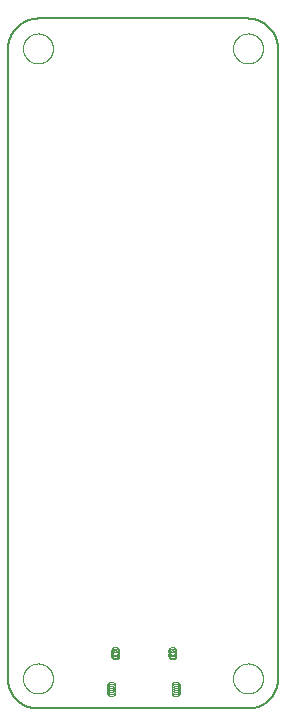
<source format=gko>
G75*
%MOIN*%
%OFA0B0*%
%FSLAX25Y25*%
%IPPOS*%
%LPD*%
%AMOC8*
5,1,8,0,0,1.08239X$1,22.5*
%
%ADD10C,0.00800*%
%ADD11C,0.00000*%
D10*
X0160833Y0080000D02*
X0230833Y0080000D01*
X0231075Y0080003D01*
X0231316Y0080012D01*
X0231557Y0080026D01*
X0231798Y0080047D01*
X0232038Y0080073D01*
X0232278Y0080105D01*
X0232517Y0080143D01*
X0232754Y0080186D01*
X0232991Y0080236D01*
X0233226Y0080291D01*
X0233460Y0080351D01*
X0233692Y0080418D01*
X0233923Y0080489D01*
X0234152Y0080567D01*
X0234379Y0080650D01*
X0234604Y0080738D01*
X0234827Y0080832D01*
X0235047Y0080931D01*
X0235265Y0081036D01*
X0235480Y0081145D01*
X0235693Y0081260D01*
X0235903Y0081380D01*
X0236109Y0081505D01*
X0236313Y0081635D01*
X0236514Y0081770D01*
X0236711Y0081910D01*
X0236905Y0082054D01*
X0237095Y0082203D01*
X0237281Y0082357D01*
X0237464Y0082515D01*
X0237643Y0082677D01*
X0237818Y0082844D01*
X0237989Y0083015D01*
X0238156Y0083190D01*
X0238318Y0083369D01*
X0238476Y0083552D01*
X0238630Y0083738D01*
X0238779Y0083928D01*
X0238923Y0084122D01*
X0239063Y0084319D01*
X0239198Y0084520D01*
X0239328Y0084724D01*
X0239453Y0084930D01*
X0239573Y0085140D01*
X0239688Y0085353D01*
X0239797Y0085568D01*
X0239902Y0085786D01*
X0240001Y0086006D01*
X0240095Y0086229D01*
X0240183Y0086454D01*
X0240266Y0086681D01*
X0240344Y0086910D01*
X0240415Y0087141D01*
X0240482Y0087373D01*
X0240542Y0087607D01*
X0240597Y0087842D01*
X0240647Y0088079D01*
X0240690Y0088316D01*
X0240728Y0088555D01*
X0240760Y0088795D01*
X0240786Y0089035D01*
X0240807Y0089276D01*
X0240821Y0089517D01*
X0240830Y0089758D01*
X0240833Y0090000D01*
X0240833Y0300000D01*
X0240830Y0300242D01*
X0240821Y0300483D01*
X0240807Y0300724D01*
X0240786Y0300965D01*
X0240760Y0301205D01*
X0240728Y0301445D01*
X0240690Y0301684D01*
X0240647Y0301921D01*
X0240597Y0302158D01*
X0240542Y0302393D01*
X0240482Y0302627D01*
X0240415Y0302859D01*
X0240344Y0303090D01*
X0240266Y0303319D01*
X0240183Y0303546D01*
X0240095Y0303771D01*
X0240001Y0303994D01*
X0239902Y0304214D01*
X0239797Y0304432D01*
X0239688Y0304647D01*
X0239573Y0304860D01*
X0239453Y0305070D01*
X0239328Y0305276D01*
X0239198Y0305480D01*
X0239063Y0305681D01*
X0238923Y0305878D01*
X0238779Y0306072D01*
X0238630Y0306262D01*
X0238476Y0306448D01*
X0238318Y0306631D01*
X0238156Y0306810D01*
X0237989Y0306985D01*
X0237818Y0307156D01*
X0237643Y0307323D01*
X0237464Y0307485D01*
X0237281Y0307643D01*
X0237095Y0307797D01*
X0236905Y0307946D01*
X0236711Y0308090D01*
X0236514Y0308230D01*
X0236313Y0308365D01*
X0236109Y0308495D01*
X0235903Y0308620D01*
X0235693Y0308740D01*
X0235480Y0308855D01*
X0235265Y0308964D01*
X0235047Y0309069D01*
X0234827Y0309168D01*
X0234604Y0309262D01*
X0234379Y0309350D01*
X0234152Y0309433D01*
X0233923Y0309511D01*
X0233692Y0309582D01*
X0233460Y0309649D01*
X0233226Y0309709D01*
X0232991Y0309764D01*
X0232754Y0309814D01*
X0232517Y0309857D01*
X0232278Y0309895D01*
X0232038Y0309927D01*
X0231798Y0309953D01*
X0231557Y0309974D01*
X0231316Y0309988D01*
X0231075Y0309997D01*
X0230833Y0310000D01*
X0160833Y0310000D01*
X0160591Y0309997D01*
X0160350Y0309988D01*
X0160109Y0309974D01*
X0159868Y0309953D01*
X0159628Y0309927D01*
X0159388Y0309895D01*
X0159149Y0309857D01*
X0158912Y0309814D01*
X0158675Y0309764D01*
X0158440Y0309709D01*
X0158206Y0309649D01*
X0157974Y0309582D01*
X0157743Y0309511D01*
X0157514Y0309433D01*
X0157287Y0309350D01*
X0157062Y0309262D01*
X0156839Y0309168D01*
X0156619Y0309069D01*
X0156401Y0308964D01*
X0156186Y0308855D01*
X0155973Y0308740D01*
X0155763Y0308620D01*
X0155557Y0308495D01*
X0155353Y0308365D01*
X0155152Y0308230D01*
X0154955Y0308090D01*
X0154761Y0307946D01*
X0154571Y0307797D01*
X0154385Y0307643D01*
X0154202Y0307485D01*
X0154023Y0307323D01*
X0153848Y0307156D01*
X0153677Y0306985D01*
X0153510Y0306810D01*
X0153348Y0306631D01*
X0153190Y0306448D01*
X0153036Y0306262D01*
X0152887Y0306072D01*
X0152743Y0305878D01*
X0152603Y0305681D01*
X0152468Y0305480D01*
X0152338Y0305276D01*
X0152213Y0305070D01*
X0152093Y0304860D01*
X0151978Y0304647D01*
X0151869Y0304432D01*
X0151764Y0304214D01*
X0151665Y0303994D01*
X0151571Y0303771D01*
X0151483Y0303546D01*
X0151400Y0303319D01*
X0151322Y0303090D01*
X0151251Y0302859D01*
X0151184Y0302627D01*
X0151124Y0302393D01*
X0151069Y0302158D01*
X0151019Y0301921D01*
X0150976Y0301684D01*
X0150938Y0301445D01*
X0150906Y0301205D01*
X0150880Y0300965D01*
X0150859Y0300724D01*
X0150845Y0300483D01*
X0150836Y0300242D01*
X0150833Y0300000D01*
X0150833Y0090000D01*
X0150836Y0089758D01*
X0150845Y0089517D01*
X0150859Y0089276D01*
X0150880Y0089035D01*
X0150906Y0088795D01*
X0150938Y0088555D01*
X0150976Y0088316D01*
X0151019Y0088079D01*
X0151069Y0087842D01*
X0151124Y0087607D01*
X0151184Y0087373D01*
X0151251Y0087141D01*
X0151322Y0086910D01*
X0151400Y0086681D01*
X0151483Y0086454D01*
X0151571Y0086229D01*
X0151665Y0086006D01*
X0151764Y0085786D01*
X0151869Y0085568D01*
X0151978Y0085353D01*
X0152093Y0085140D01*
X0152213Y0084930D01*
X0152338Y0084724D01*
X0152468Y0084520D01*
X0152603Y0084319D01*
X0152743Y0084122D01*
X0152887Y0083928D01*
X0153036Y0083738D01*
X0153190Y0083552D01*
X0153348Y0083369D01*
X0153510Y0083190D01*
X0153677Y0083015D01*
X0153848Y0082844D01*
X0154023Y0082677D01*
X0154202Y0082515D01*
X0154385Y0082357D01*
X0154571Y0082203D01*
X0154761Y0082054D01*
X0154955Y0081910D01*
X0155152Y0081770D01*
X0155353Y0081635D01*
X0155557Y0081505D01*
X0155763Y0081380D01*
X0155973Y0081260D01*
X0156186Y0081145D01*
X0156401Y0081036D01*
X0156619Y0080931D01*
X0156839Y0080832D01*
X0157062Y0080738D01*
X0157287Y0080650D01*
X0157514Y0080567D01*
X0157743Y0080489D01*
X0157974Y0080418D01*
X0158206Y0080351D01*
X0158440Y0080291D01*
X0158675Y0080236D01*
X0158912Y0080186D01*
X0159149Y0080143D01*
X0159388Y0080105D01*
X0159628Y0080073D01*
X0159868Y0080047D01*
X0160109Y0080026D01*
X0160350Y0080012D01*
X0160591Y0080003D01*
X0160833Y0080000D01*
D11*
X0155833Y0090000D02*
X0155835Y0090141D01*
X0155841Y0090282D01*
X0155851Y0090422D01*
X0155865Y0090562D01*
X0155883Y0090702D01*
X0155904Y0090841D01*
X0155930Y0090980D01*
X0155959Y0091118D01*
X0155993Y0091254D01*
X0156030Y0091390D01*
X0156071Y0091525D01*
X0156116Y0091659D01*
X0156165Y0091791D01*
X0156217Y0091922D01*
X0156273Y0092051D01*
X0156333Y0092178D01*
X0156396Y0092304D01*
X0156462Y0092428D01*
X0156533Y0092551D01*
X0156606Y0092671D01*
X0156683Y0092789D01*
X0156763Y0092905D01*
X0156847Y0093018D01*
X0156933Y0093129D01*
X0157023Y0093238D01*
X0157116Y0093344D01*
X0157211Y0093447D01*
X0157310Y0093548D01*
X0157411Y0093646D01*
X0157515Y0093741D01*
X0157622Y0093833D01*
X0157731Y0093922D01*
X0157843Y0094007D01*
X0157957Y0094090D01*
X0158073Y0094170D01*
X0158192Y0094246D01*
X0158313Y0094318D01*
X0158435Y0094388D01*
X0158560Y0094453D01*
X0158686Y0094516D01*
X0158814Y0094574D01*
X0158944Y0094629D01*
X0159075Y0094681D01*
X0159208Y0094728D01*
X0159342Y0094772D01*
X0159477Y0094813D01*
X0159613Y0094849D01*
X0159750Y0094881D01*
X0159888Y0094910D01*
X0160026Y0094935D01*
X0160166Y0094955D01*
X0160306Y0094972D01*
X0160446Y0094985D01*
X0160587Y0094994D01*
X0160727Y0094999D01*
X0160868Y0095000D01*
X0161009Y0094997D01*
X0161150Y0094990D01*
X0161290Y0094979D01*
X0161430Y0094964D01*
X0161570Y0094945D01*
X0161709Y0094923D01*
X0161847Y0094896D01*
X0161985Y0094866D01*
X0162121Y0094831D01*
X0162257Y0094793D01*
X0162391Y0094751D01*
X0162525Y0094705D01*
X0162657Y0094656D01*
X0162787Y0094602D01*
X0162916Y0094545D01*
X0163043Y0094485D01*
X0163169Y0094421D01*
X0163292Y0094353D01*
X0163414Y0094282D01*
X0163534Y0094208D01*
X0163651Y0094130D01*
X0163766Y0094049D01*
X0163879Y0093965D01*
X0163990Y0093878D01*
X0164098Y0093787D01*
X0164203Y0093694D01*
X0164306Y0093597D01*
X0164406Y0093498D01*
X0164503Y0093396D01*
X0164597Y0093291D01*
X0164688Y0093184D01*
X0164776Y0093074D01*
X0164861Y0092962D01*
X0164943Y0092847D01*
X0165022Y0092730D01*
X0165097Y0092611D01*
X0165169Y0092490D01*
X0165237Y0092367D01*
X0165302Y0092242D01*
X0165364Y0092115D01*
X0165421Y0091986D01*
X0165476Y0091856D01*
X0165526Y0091725D01*
X0165573Y0091592D01*
X0165616Y0091458D01*
X0165655Y0091322D01*
X0165690Y0091186D01*
X0165722Y0091049D01*
X0165749Y0090911D01*
X0165773Y0090772D01*
X0165793Y0090632D01*
X0165809Y0090492D01*
X0165821Y0090352D01*
X0165829Y0090211D01*
X0165833Y0090070D01*
X0165833Y0089930D01*
X0165829Y0089789D01*
X0165821Y0089648D01*
X0165809Y0089508D01*
X0165793Y0089368D01*
X0165773Y0089228D01*
X0165749Y0089089D01*
X0165722Y0088951D01*
X0165690Y0088814D01*
X0165655Y0088678D01*
X0165616Y0088542D01*
X0165573Y0088408D01*
X0165526Y0088275D01*
X0165476Y0088144D01*
X0165421Y0088014D01*
X0165364Y0087885D01*
X0165302Y0087758D01*
X0165237Y0087633D01*
X0165169Y0087510D01*
X0165097Y0087389D01*
X0165022Y0087270D01*
X0164943Y0087153D01*
X0164861Y0087038D01*
X0164776Y0086926D01*
X0164688Y0086816D01*
X0164597Y0086709D01*
X0164503Y0086604D01*
X0164406Y0086502D01*
X0164306Y0086403D01*
X0164203Y0086306D01*
X0164098Y0086213D01*
X0163990Y0086122D01*
X0163879Y0086035D01*
X0163766Y0085951D01*
X0163651Y0085870D01*
X0163534Y0085792D01*
X0163414Y0085718D01*
X0163292Y0085647D01*
X0163169Y0085579D01*
X0163043Y0085515D01*
X0162916Y0085455D01*
X0162787Y0085398D01*
X0162657Y0085344D01*
X0162525Y0085295D01*
X0162391Y0085249D01*
X0162257Y0085207D01*
X0162121Y0085169D01*
X0161985Y0085134D01*
X0161847Y0085104D01*
X0161709Y0085077D01*
X0161570Y0085055D01*
X0161430Y0085036D01*
X0161290Y0085021D01*
X0161150Y0085010D01*
X0161009Y0085003D01*
X0160868Y0085000D01*
X0160727Y0085001D01*
X0160587Y0085006D01*
X0160446Y0085015D01*
X0160306Y0085028D01*
X0160166Y0085045D01*
X0160026Y0085065D01*
X0159888Y0085090D01*
X0159750Y0085119D01*
X0159613Y0085151D01*
X0159477Y0085187D01*
X0159342Y0085228D01*
X0159208Y0085272D01*
X0159075Y0085319D01*
X0158944Y0085371D01*
X0158814Y0085426D01*
X0158686Y0085484D01*
X0158560Y0085547D01*
X0158435Y0085612D01*
X0158313Y0085682D01*
X0158192Y0085754D01*
X0158073Y0085830D01*
X0157957Y0085910D01*
X0157843Y0085993D01*
X0157731Y0086078D01*
X0157622Y0086167D01*
X0157515Y0086259D01*
X0157411Y0086354D01*
X0157310Y0086452D01*
X0157211Y0086553D01*
X0157116Y0086656D01*
X0157023Y0086762D01*
X0156933Y0086871D01*
X0156847Y0086982D01*
X0156763Y0087095D01*
X0156683Y0087211D01*
X0156606Y0087329D01*
X0156533Y0087449D01*
X0156462Y0087572D01*
X0156396Y0087696D01*
X0156333Y0087822D01*
X0156273Y0087949D01*
X0156217Y0088078D01*
X0156165Y0088209D01*
X0156116Y0088341D01*
X0156071Y0088475D01*
X0156030Y0088610D01*
X0155993Y0088746D01*
X0155959Y0088882D01*
X0155930Y0089020D01*
X0155904Y0089159D01*
X0155883Y0089298D01*
X0155865Y0089438D01*
X0155851Y0089578D01*
X0155841Y0089718D01*
X0155835Y0089859D01*
X0155833Y0090000D01*
X0183855Y0087535D02*
X0183857Y0087609D01*
X0183863Y0087683D01*
X0183873Y0087756D01*
X0183887Y0087829D01*
X0183904Y0087901D01*
X0183926Y0087971D01*
X0183951Y0088041D01*
X0183980Y0088109D01*
X0184013Y0088175D01*
X0184049Y0088240D01*
X0184089Y0088302D01*
X0184131Y0088363D01*
X0184177Y0088421D01*
X0184226Y0088476D01*
X0184278Y0088529D01*
X0184333Y0088579D01*
X0184390Y0088625D01*
X0184450Y0088669D01*
X0184512Y0088709D01*
X0184576Y0088746D01*
X0184642Y0088780D01*
X0184710Y0088810D01*
X0184779Y0088836D01*
X0184850Y0088859D01*
X0184921Y0088877D01*
X0184994Y0088892D01*
X0185067Y0088903D01*
X0185141Y0088910D01*
X0185215Y0088913D01*
X0185288Y0088912D01*
X0185362Y0088907D01*
X0185436Y0088898D01*
X0185509Y0088885D01*
X0185581Y0088868D01*
X0185652Y0088848D01*
X0185722Y0088823D01*
X0185790Y0088795D01*
X0185857Y0088764D01*
X0185922Y0088728D01*
X0185985Y0088690D01*
X0186046Y0088648D01*
X0186105Y0088602D01*
X0186161Y0088554D01*
X0186214Y0088503D01*
X0186264Y0088449D01*
X0186312Y0088392D01*
X0186356Y0088333D01*
X0186398Y0088271D01*
X0186436Y0088208D01*
X0186470Y0088142D01*
X0186501Y0088075D01*
X0186528Y0088006D01*
X0186551Y0087936D01*
X0186571Y0087865D01*
X0186587Y0087792D01*
X0186599Y0087719D01*
X0186607Y0087646D01*
X0186611Y0087572D01*
X0186611Y0087498D01*
X0186607Y0087424D01*
X0186599Y0087351D01*
X0186587Y0087278D01*
X0186571Y0087205D01*
X0186551Y0087134D01*
X0186528Y0087064D01*
X0186501Y0086995D01*
X0186470Y0086928D01*
X0186436Y0086862D01*
X0186398Y0086799D01*
X0186356Y0086737D01*
X0186312Y0086678D01*
X0186264Y0086621D01*
X0186214Y0086567D01*
X0186161Y0086516D01*
X0186105Y0086468D01*
X0186046Y0086422D01*
X0185985Y0086380D01*
X0185922Y0086342D01*
X0185857Y0086306D01*
X0185790Y0086275D01*
X0185722Y0086247D01*
X0185652Y0086222D01*
X0185581Y0086202D01*
X0185509Y0086185D01*
X0185436Y0086172D01*
X0185362Y0086163D01*
X0185288Y0086158D01*
X0185215Y0086157D01*
X0185141Y0086160D01*
X0185067Y0086167D01*
X0184994Y0086178D01*
X0184921Y0086193D01*
X0184850Y0086211D01*
X0184779Y0086234D01*
X0184710Y0086260D01*
X0184642Y0086290D01*
X0184576Y0086324D01*
X0184512Y0086361D01*
X0184450Y0086401D01*
X0184390Y0086445D01*
X0184333Y0086491D01*
X0184278Y0086541D01*
X0184226Y0086594D01*
X0184177Y0086649D01*
X0184131Y0086707D01*
X0184089Y0086768D01*
X0184049Y0086830D01*
X0184013Y0086895D01*
X0183980Y0086961D01*
X0183951Y0087029D01*
X0183926Y0087099D01*
X0183904Y0087169D01*
X0183887Y0087241D01*
X0183873Y0087314D01*
X0183863Y0087387D01*
X0183857Y0087461D01*
X0183855Y0087535D01*
X0183855Y0086882D02*
X0183857Y0086956D01*
X0183863Y0087030D01*
X0183873Y0087103D01*
X0183887Y0087176D01*
X0183904Y0087248D01*
X0183926Y0087318D01*
X0183951Y0087388D01*
X0183980Y0087456D01*
X0184013Y0087522D01*
X0184049Y0087587D01*
X0184089Y0087649D01*
X0184131Y0087710D01*
X0184177Y0087768D01*
X0184226Y0087823D01*
X0184278Y0087876D01*
X0184333Y0087926D01*
X0184390Y0087972D01*
X0184450Y0088016D01*
X0184512Y0088056D01*
X0184576Y0088093D01*
X0184642Y0088127D01*
X0184710Y0088157D01*
X0184779Y0088183D01*
X0184850Y0088206D01*
X0184921Y0088224D01*
X0184994Y0088239D01*
X0185067Y0088250D01*
X0185141Y0088257D01*
X0185215Y0088260D01*
X0185288Y0088259D01*
X0185362Y0088254D01*
X0185436Y0088245D01*
X0185509Y0088232D01*
X0185581Y0088215D01*
X0185652Y0088195D01*
X0185722Y0088170D01*
X0185790Y0088142D01*
X0185857Y0088111D01*
X0185922Y0088075D01*
X0185985Y0088037D01*
X0186046Y0087995D01*
X0186105Y0087949D01*
X0186161Y0087901D01*
X0186214Y0087850D01*
X0186264Y0087796D01*
X0186312Y0087739D01*
X0186356Y0087680D01*
X0186398Y0087618D01*
X0186436Y0087555D01*
X0186470Y0087489D01*
X0186501Y0087422D01*
X0186528Y0087353D01*
X0186551Y0087283D01*
X0186571Y0087212D01*
X0186587Y0087139D01*
X0186599Y0087066D01*
X0186607Y0086993D01*
X0186611Y0086919D01*
X0186611Y0086845D01*
X0186607Y0086771D01*
X0186599Y0086698D01*
X0186587Y0086625D01*
X0186571Y0086552D01*
X0186551Y0086481D01*
X0186528Y0086411D01*
X0186501Y0086342D01*
X0186470Y0086275D01*
X0186436Y0086209D01*
X0186398Y0086146D01*
X0186356Y0086084D01*
X0186312Y0086025D01*
X0186264Y0085968D01*
X0186214Y0085914D01*
X0186161Y0085863D01*
X0186105Y0085815D01*
X0186046Y0085769D01*
X0185985Y0085727D01*
X0185922Y0085689D01*
X0185857Y0085653D01*
X0185790Y0085622D01*
X0185722Y0085594D01*
X0185652Y0085569D01*
X0185581Y0085549D01*
X0185509Y0085532D01*
X0185436Y0085519D01*
X0185362Y0085510D01*
X0185288Y0085505D01*
X0185215Y0085504D01*
X0185141Y0085507D01*
X0185067Y0085514D01*
X0184994Y0085525D01*
X0184921Y0085540D01*
X0184850Y0085558D01*
X0184779Y0085581D01*
X0184710Y0085607D01*
X0184642Y0085637D01*
X0184576Y0085671D01*
X0184512Y0085708D01*
X0184450Y0085748D01*
X0184390Y0085792D01*
X0184333Y0085838D01*
X0184278Y0085888D01*
X0184226Y0085941D01*
X0184177Y0085996D01*
X0184131Y0086054D01*
X0184089Y0086115D01*
X0184049Y0086177D01*
X0184013Y0086242D01*
X0183980Y0086308D01*
X0183951Y0086376D01*
X0183926Y0086446D01*
X0183904Y0086516D01*
X0183887Y0086588D01*
X0183873Y0086661D01*
X0183863Y0086734D01*
X0183857Y0086808D01*
X0183855Y0086882D01*
X0183851Y0086098D02*
X0183853Y0086172D01*
X0183859Y0086246D01*
X0183869Y0086319D01*
X0183883Y0086392D01*
X0183900Y0086464D01*
X0183922Y0086534D01*
X0183947Y0086604D01*
X0183976Y0086672D01*
X0184009Y0086738D01*
X0184045Y0086803D01*
X0184085Y0086865D01*
X0184127Y0086926D01*
X0184173Y0086984D01*
X0184222Y0087039D01*
X0184274Y0087092D01*
X0184329Y0087142D01*
X0184386Y0087188D01*
X0184446Y0087232D01*
X0184508Y0087272D01*
X0184572Y0087309D01*
X0184638Y0087343D01*
X0184706Y0087373D01*
X0184775Y0087399D01*
X0184846Y0087422D01*
X0184917Y0087440D01*
X0184990Y0087455D01*
X0185063Y0087466D01*
X0185137Y0087473D01*
X0185211Y0087476D01*
X0185284Y0087475D01*
X0185358Y0087470D01*
X0185432Y0087461D01*
X0185505Y0087448D01*
X0185577Y0087431D01*
X0185648Y0087411D01*
X0185718Y0087386D01*
X0185786Y0087358D01*
X0185853Y0087327D01*
X0185918Y0087291D01*
X0185981Y0087253D01*
X0186042Y0087211D01*
X0186101Y0087165D01*
X0186157Y0087117D01*
X0186210Y0087066D01*
X0186260Y0087012D01*
X0186308Y0086955D01*
X0186352Y0086896D01*
X0186394Y0086834D01*
X0186432Y0086771D01*
X0186466Y0086705D01*
X0186497Y0086638D01*
X0186524Y0086569D01*
X0186547Y0086499D01*
X0186567Y0086428D01*
X0186583Y0086355D01*
X0186595Y0086282D01*
X0186603Y0086209D01*
X0186607Y0086135D01*
X0186607Y0086061D01*
X0186603Y0085987D01*
X0186595Y0085914D01*
X0186583Y0085841D01*
X0186567Y0085768D01*
X0186547Y0085697D01*
X0186524Y0085627D01*
X0186497Y0085558D01*
X0186466Y0085491D01*
X0186432Y0085425D01*
X0186394Y0085362D01*
X0186352Y0085300D01*
X0186308Y0085241D01*
X0186260Y0085184D01*
X0186210Y0085130D01*
X0186157Y0085079D01*
X0186101Y0085031D01*
X0186042Y0084985D01*
X0185981Y0084943D01*
X0185918Y0084905D01*
X0185853Y0084869D01*
X0185786Y0084838D01*
X0185718Y0084810D01*
X0185648Y0084785D01*
X0185577Y0084765D01*
X0185505Y0084748D01*
X0185432Y0084735D01*
X0185358Y0084726D01*
X0185284Y0084721D01*
X0185211Y0084720D01*
X0185137Y0084723D01*
X0185063Y0084730D01*
X0184990Y0084741D01*
X0184917Y0084756D01*
X0184846Y0084774D01*
X0184775Y0084797D01*
X0184706Y0084823D01*
X0184638Y0084853D01*
X0184572Y0084887D01*
X0184508Y0084924D01*
X0184446Y0084964D01*
X0184386Y0085008D01*
X0184329Y0085054D01*
X0184274Y0085104D01*
X0184222Y0085157D01*
X0184173Y0085212D01*
X0184127Y0085270D01*
X0184085Y0085331D01*
X0184045Y0085393D01*
X0184009Y0085458D01*
X0183976Y0085524D01*
X0183947Y0085592D01*
X0183922Y0085662D01*
X0183900Y0085732D01*
X0183883Y0085804D01*
X0183869Y0085877D01*
X0183859Y0085950D01*
X0183853Y0086024D01*
X0183851Y0086098D01*
X0183851Y0085448D02*
X0183853Y0085522D01*
X0183859Y0085596D01*
X0183869Y0085669D01*
X0183883Y0085742D01*
X0183900Y0085814D01*
X0183922Y0085884D01*
X0183947Y0085954D01*
X0183976Y0086022D01*
X0184009Y0086088D01*
X0184045Y0086153D01*
X0184085Y0086215D01*
X0184127Y0086276D01*
X0184173Y0086334D01*
X0184222Y0086389D01*
X0184274Y0086442D01*
X0184329Y0086492D01*
X0184386Y0086538D01*
X0184446Y0086582D01*
X0184508Y0086622D01*
X0184572Y0086659D01*
X0184638Y0086693D01*
X0184706Y0086723D01*
X0184775Y0086749D01*
X0184846Y0086772D01*
X0184917Y0086790D01*
X0184990Y0086805D01*
X0185063Y0086816D01*
X0185137Y0086823D01*
X0185211Y0086826D01*
X0185284Y0086825D01*
X0185358Y0086820D01*
X0185432Y0086811D01*
X0185505Y0086798D01*
X0185577Y0086781D01*
X0185648Y0086761D01*
X0185718Y0086736D01*
X0185786Y0086708D01*
X0185853Y0086677D01*
X0185918Y0086641D01*
X0185981Y0086603D01*
X0186042Y0086561D01*
X0186101Y0086515D01*
X0186157Y0086467D01*
X0186210Y0086416D01*
X0186260Y0086362D01*
X0186308Y0086305D01*
X0186352Y0086246D01*
X0186394Y0086184D01*
X0186432Y0086121D01*
X0186466Y0086055D01*
X0186497Y0085988D01*
X0186524Y0085919D01*
X0186547Y0085849D01*
X0186567Y0085778D01*
X0186583Y0085705D01*
X0186595Y0085632D01*
X0186603Y0085559D01*
X0186607Y0085485D01*
X0186607Y0085411D01*
X0186603Y0085337D01*
X0186595Y0085264D01*
X0186583Y0085191D01*
X0186567Y0085118D01*
X0186547Y0085047D01*
X0186524Y0084977D01*
X0186497Y0084908D01*
X0186466Y0084841D01*
X0186432Y0084775D01*
X0186394Y0084712D01*
X0186352Y0084650D01*
X0186308Y0084591D01*
X0186260Y0084534D01*
X0186210Y0084480D01*
X0186157Y0084429D01*
X0186101Y0084381D01*
X0186042Y0084335D01*
X0185981Y0084293D01*
X0185918Y0084255D01*
X0185853Y0084219D01*
X0185786Y0084188D01*
X0185718Y0084160D01*
X0185648Y0084135D01*
X0185577Y0084115D01*
X0185505Y0084098D01*
X0185432Y0084085D01*
X0185358Y0084076D01*
X0185284Y0084071D01*
X0185211Y0084070D01*
X0185137Y0084073D01*
X0185063Y0084080D01*
X0184990Y0084091D01*
X0184917Y0084106D01*
X0184846Y0084124D01*
X0184775Y0084147D01*
X0184706Y0084173D01*
X0184638Y0084203D01*
X0184572Y0084237D01*
X0184508Y0084274D01*
X0184446Y0084314D01*
X0184386Y0084358D01*
X0184329Y0084404D01*
X0184274Y0084454D01*
X0184222Y0084507D01*
X0184173Y0084562D01*
X0184127Y0084620D01*
X0184085Y0084681D01*
X0184045Y0084743D01*
X0184009Y0084808D01*
X0183976Y0084874D01*
X0183947Y0084942D01*
X0183922Y0085012D01*
X0183900Y0085082D01*
X0183883Y0085154D01*
X0183869Y0085227D01*
X0183859Y0085300D01*
X0183853Y0085374D01*
X0183851Y0085448D01*
X0185267Y0097637D02*
X0185269Y0097709D01*
X0185275Y0097780D01*
X0185285Y0097851D01*
X0185298Y0097921D01*
X0185316Y0097990D01*
X0185337Y0098059D01*
X0185362Y0098126D01*
X0185391Y0098191D01*
X0185424Y0098255D01*
X0185459Y0098317D01*
X0185499Y0098377D01*
X0185541Y0098435D01*
X0185586Y0098490D01*
X0185635Y0098543D01*
X0185686Y0098593D01*
X0185740Y0098640D01*
X0185797Y0098684D01*
X0185856Y0098724D01*
X0185916Y0098762D01*
X0185979Y0098796D01*
X0186044Y0098827D01*
X0186111Y0098854D01*
X0186178Y0098877D01*
X0186247Y0098896D01*
X0186317Y0098912D01*
X0186388Y0098924D01*
X0186459Y0098932D01*
X0186530Y0098936D01*
X0186602Y0098936D01*
X0186673Y0098932D01*
X0186744Y0098924D01*
X0186815Y0098912D01*
X0186885Y0098896D01*
X0186954Y0098877D01*
X0187021Y0098854D01*
X0187088Y0098827D01*
X0187153Y0098796D01*
X0187215Y0098762D01*
X0187276Y0098724D01*
X0187335Y0098684D01*
X0187392Y0098640D01*
X0187446Y0098593D01*
X0187497Y0098543D01*
X0187546Y0098490D01*
X0187591Y0098435D01*
X0187633Y0098377D01*
X0187673Y0098317D01*
X0187708Y0098255D01*
X0187741Y0098191D01*
X0187770Y0098126D01*
X0187795Y0098059D01*
X0187816Y0097990D01*
X0187834Y0097921D01*
X0187847Y0097851D01*
X0187857Y0097780D01*
X0187863Y0097709D01*
X0187865Y0097637D01*
X0187863Y0097565D01*
X0187857Y0097494D01*
X0187847Y0097423D01*
X0187834Y0097353D01*
X0187816Y0097284D01*
X0187795Y0097215D01*
X0187770Y0097148D01*
X0187741Y0097083D01*
X0187708Y0097019D01*
X0187673Y0096957D01*
X0187633Y0096897D01*
X0187591Y0096839D01*
X0187546Y0096784D01*
X0187497Y0096731D01*
X0187446Y0096681D01*
X0187392Y0096634D01*
X0187335Y0096590D01*
X0187276Y0096550D01*
X0187216Y0096512D01*
X0187153Y0096478D01*
X0187088Y0096447D01*
X0187021Y0096420D01*
X0186954Y0096397D01*
X0186885Y0096378D01*
X0186815Y0096362D01*
X0186744Y0096350D01*
X0186673Y0096342D01*
X0186602Y0096338D01*
X0186530Y0096338D01*
X0186459Y0096342D01*
X0186388Y0096350D01*
X0186317Y0096362D01*
X0186247Y0096378D01*
X0186178Y0096397D01*
X0186111Y0096420D01*
X0186044Y0096447D01*
X0185979Y0096478D01*
X0185916Y0096512D01*
X0185856Y0096550D01*
X0185797Y0096590D01*
X0185740Y0096634D01*
X0185686Y0096681D01*
X0185635Y0096731D01*
X0185586Y0096784D01*
X0185541Y0096839D01*
X0185499Y0096897D01*
X0185459Y0096957D01*
X0185424Y0097019D01*
X0185391Y0097083D01*
X0185362Y0097148D01*
X0185337Y0097215D01*
X0185316Y0097284D01*
X0185298Y0097353D01*
X0185285Y0097423D01*
X0185275Y0097494D01*
X0185269Y0097565D01*
X0185267Y0097637D01*
X0185246Y0098067D02*
X0185248Y0098139D01*
X0185254Y0098210D01*
X0185264Y0098281D01*
X0185277Y0098351D01*
X0185295Y0098420D01*
X0185316Y0098489D01*
X0185341Y0098556D01*
X0185370Y0098621D01*
X0185403Y0098685D01*
X0185438Y0098747D01*
X0185478Y0098807D01*
X0185520Y0098865D01*
X0185565Y0098920D01*
X0185614Y0098973D01*
X0185665Y0099023D01*
X0185719Y0099070D01*
X0185776Y0099114D01*
X0185835Y0099154D01*
X0185895Y0099192D01*
X0185958Y0099226D01*
X0186023Y0099257D01*
X0186090Y0099284D01*
X0186157Y0099307D01*
X0186226Y0099326D01*
X0186296Y0099342D01*
X0186367Y0099354D01*
X0186438Y0099362D01*
X0186509Y0099366D01*
X0186581Y0099366D01*
X0186652Y0099362D01*
X0186723Y0099354D01*
X0186794Y0099342D01*
X0186864Y0099326D01*
X0186933Y0099307D01*
X0187000Y0099284D01*
X0187067Y0099257D01*
X0187132Y0099226D01*
X0187194Y0099192D01*
X0187255Y0099154D01*
X0187314Y0099114D01*
X0187371Y0099070D01*
X0187425Y0099023D01*
X0187476Y0098973D01*
X0187525Y0098920D01*
X0187570Y0098865D01*
X0187612Y0098807D01*
X0187652Y0098747D01*
X0187687Y0098685D01*
X0187720Y0098621D01*
X0187749Y0098556D01*
X0187774Y0098489D01*
X0187795Y0098420D01*
X0187813Y0098351D01*
X0187826Y0098281D01*
X0187836Y0098210D01*
X0187842Y0098139D01*
X0187844Y0098067D01*
X0187842Y0097995D01*
X0187836Y0097924D01*
X0187826Y0097853D01*
X0187813Y0097783D01*
X0187795Y0097714D01*
X0187774Y0097645D01*
X0187749Y0097578D01*
X0187720Y0097513D01*
X0187687Y0097449D01*
X0187652Y0097387D01*
X0187612Y0097327D01*
X0187570Y0097269D01*
X0187525Y0097214D01*
X0187476Y0097161D01*
X0187425Y0097111D01*
X0187371Y0097064D01*
X0187314Y0097020D01*
X0187255Y0096980D01*
X0187195Y0096942D01*
X0187132Y0096908D01*
X0187067Y0096877D01*
X0187000Y0096850D01*
X0186933Y0096827D01*
X0186864Y0096808D01*
X0186794Y0096792D01*
X0186723Y0096780D01*
X0186652Y0096772D01*
X0186581Y0096768D01*
X0186509Y0096768D01*
X0186438Y0096772D01*
X0186367Y0096780D01*
X0186296Y0096792D01*
X0186226Y0096808D01*
X0186157Y0096827D01*
X0186090Y0096850D01*
X0186023Y0096877D01*
X0185958Y0096908D01*
X0185895Y0096942D01*
X0185835Y0096980D01*
X0185776Y0097020D01*
X0185719Y0097064D01*
X0185665Y0097111D01*
X0185614Y0097161D01*
X0185565Y0097214D01*
X0185520Y0097269D01*
X0185478Y0097327D01*
X0185438Y0097387D01*
X0185403Y0097449D01*
X0185370Y0097513D01*
X0185341Y0097578D01*
X0185316Y0097645D01*
X0185295Y0097714D01*
X0185277Y0097783D01*
X0185264Y0097853D01*
X0185254Y0097924D01*
X0185248Y0097995D01*
X0185246Y0098067D01*
X0185286Y0098657D02*
X0185288Y0098729D01*
X0185294Y0098800D01*
X0185304Y0098871D01*
X0185317Y0098941D01*
X0185335Y0099010D01*
X0185356Y0099079D01*
X0185381Y0099146D01*
X0185410Y0099211D01*
X0185443Y0099275D01*
X0185478Y0099337D01*
X0185518Y0099397D01*
X0185560Y0099455D01*
X0185605Y0099510D01*
X0185654Y0099563D01*
X0185705Y0099613D01*
X0185759Y0099660D01*
X0185816Y0099704D01*
X0185875Y0099744D01*
X0185935Y0099782D01*
X0185998Y0099816D01*
X0186063Y0099847D01*
X0186130Y0099874D01*
X0186197Y0099897D01*
X0186266Y0099916D01*
X0186336Y0099932D01*
X0186407Y0099944D01*
X0186478Y0099952D01*
X0186549Y0099956D01*
X0186621Y0099956D01*
X0186692Y0099952D01*
X0186763Y0099944D01*
X0186834Y0099932D01*
X0186904Y0099916D01*
X0186973Y0099897D01*
X0187040Y0099874D01*
X0187107Y0099847D01*
X0187172Y0099816D01*
X0187234Y0099782D01*
X0187295Y0099744D01*
X0187354Y0099704D01*
X0187411Y0099660D01*
X0187465Y0099613D01*
X0187516Y0099563D01*
X0187565Y0099510D01*
X0187610Y0099455D01*
X0187652Y0099397D01*
X0187692Y0099337D01*
X0187727Y0099275D01*
X0187760Y0099211D01*
X0187789Y0099146D01*
X0187814Y0099079D01*
X0187835Y0099010D01*
X0187853Y0098941D01*
X0187866Y0098871D01*
X0187876Y0098800D01*
X0187882Y0098729D01*
X0187884Y0098657D01*
X0187882Y0098585D01*
X0187876Y0098514D01*
X0187866Y0098443D01*
X0187853Y0098373D01*
X0187835Y0098304D01*
X0187814Y0098235D01*
X0187789Y0098168D01*
X0187760Y0098103D01*
X0187727Y0098039D01*
X0187692Y0097977D01*
X0187652Y0097917D01*
X0187610Y0097859D01*
X0187565Y0097804D01*
X0187516Y0097751D01*
X0187465Y0097701D01*
X0187411Y0097654D01*
X0187354Y0097610D01*
X0187295Y0097570D01*
X0187235Y0097532D01*
X0187172Y0097498D01*
X0187107Y0097467D01*
X0187040Y0097440D01*
X0186973Y0097417D01*
X0186904Y0097398D01*
X0186834Y0097382D01*
X0186763Y0097370D01*
X0186692Y0097362D01*
X0186621Y0097358D01*
X0186549Y0097358D01*
X0186478Y0097362D01*
X0186407Y0097370D01*
X0186336Y0097382D01*
X0186266Y0097398D01*
X0186197Y0097417D01*
X0186130Y0097440D01*
X0186063Y0097467D01*
X0185998Y0097498D01*
X0185935Y0097532D01*
X0185875Y0097570D01*
X0185816Y0097610D01*
X0185759Y0097654D01*
X0185705Y0097701D01*
X0185654Y0097751D01*
X0185605Y0097804D01*
X0185560Y0097859D01*
X0185518Y0097917D01*
X0185478Y0097977D01*
X0185443Y0098039D01*
X0185410Y0098103D01*
X0185381Y0098168D01*
X0185356Y0098235D01*
X0185335Y0098304D01*
X0185317Y0098373D01*
X0185304Y0098443D01*
X0185294Y0098514D01*
X0185288Y0098585D01*
X0185286Y0098657D01*
X0185246Y0099169D02*
X0185248Y0099241D01*
X0185254Y0099312D01*
X0185264Y0099383D01*
X0185277Y0099453D01*
X0185295Y0099522D01*
X0185316Y0099591D01*
X0185341Y0099658D01*
X0185370Y0099723D01*
X0185403Y0099787D01*
X0185438Y0099849D01*
X0185478Y0099909D01*
X0185520Y0099967D01*
X0185565Y0100022D01*
X0185614Y0100075D01*
X0185665Y0100125D01*
X0185719Y0100172D01*
X0185776Y0100216D01*
X0185835Y0100256D01*
X0185895Y0100294D01*
X0185958Y0100328D01*
X0186023Y0100359D01*
X0186090Y0100386D01*
X0186157Y0100409D01*
X0186226Y0100428D01*
X0186296Y0100444D01*
X0186367Y0100456D01*
X0186438Y0100464D01*
X0186509Y0100468D01*
X0186581Y0100468D01*
X0186652Y0100464D01*
X0186723Y0100456D01*
X0186794Y0100444D01*
X0186864Y0100428D01*
X0186933Y0100409D01*
X0187000Y0100386D01*
X0187067Y0100359D01*
X0187132Y0100328D01*
X0187194Y0100294D01*
X0187255Y0100256D01*
X0187314Y0100216D01*
X0187371Y0100172D01*
X0187425Y0100125D01*
X0187476Y0100075D01*
X0187525Y0100022D01*
X0187570Y0099967D01*
X0187612Y0099909D01*
X0187652Y0099849D01*
X0187687Y0099787D01*
X0187720Y0099723D01*
X0187749Y0099658D01*
X0187774Y0099591D01*
X0187795Y0099522D01*
X0187813Y0099453D01*
X0187826Y0099383D01*
X0187836Y0099312D01*
X0187842Y0099241D01*
X0187844Y0099169D01*
X0187842Y0099097D01*
X0187836Y0099026D01*
X0187826Y0098955D01*
X0187813Y0098885D01*
X0187795Y0098816D01*
X0187774Y0098747D01*
X0187749Y0098680D01*
X0187720Y0098615D01*
X0187687Y0098551D01*
X0187652Y0098489D01*
X0187612Y0098429D01*
X0187570Y0098371D01*
X0187525Y0098316D01*
X0187476Y0098263D01*
X0187425Y0098213D01*
X0187371Y0098166D01*
X0187314Y0098122D01*
X0187255Y0098082D01*
X0187195Y0098044D01*
X0187132Y0098010D01*
X0187067Y0097979D01*
X0187000Y0097952D01*
X0186933Y0097929D01*
X0186864Y0097910D01*
X0186794Y0097894D01*
X0186723Y0097882D01*
X0186652Y0097874D01*
X0186581Y0097870D01*
X0186509Y0097870D01*
X0186438Y0097874D01*
X0186367Y0097882D01*
X0186296Y0097894D01*
X0186226Y0097910D01*
X0186157Y0097929D01*
X0186090Y0097952D01*
X0186023Y0097979D01*
X0185958Y0098010D01*
X0185895Y0098044D01*
X0185835Y0098082D01*
X0185776Y0098122D01*
X0185719Y0098166D01*
X0185665Y0098213D01*
X0185614Y0098263D01*
X0185565Y0098316D01*
X0185520Y0098371D01*
X0185478Y0098429D01*
X0185438Y0098489D01*
X0185403Y0098551D01*
X0185370Y0098615D01*
X0185341Y0098680D01*
X0185316Y0098747D01*
X0185295Y0098816D01*
X0185277Y0098885D01*
X0185264Y0098955D01*
X0185254Y0099026D01*
X0185248Y0099097D01*
X0185246Y0099169D01*
X0204301Y0099169D02*
X0204303Y0099241D01*
X0204309Y0099312D01*
X0204319Y0099383D01*
X0204332Y0099453D01*
X0204350Y0099522D01*
X0204371Y0099591D01*
X0204396Y0099658D01*
X0204425Y0099723D01*
X0204458Y0099787D01*
X0204493Y0099849D01*
X0204533Y0099909D01*
X0204575Y0099967D01*
X0204620Y0100022D01*
X0204669Y0100075D01*
X0204720Y0100125D01*
X0204774Y0100172D01*
X0204831Y0100216D01*
X0204890Y0100256D01*
X0204950Y0100294D01*
X0205013Y0100328D01*
X0205078Y0100359D01*
X0205145Y0100386D01*
X0205212Y0100409D01*
X0205281Y0100428D01*
X0205351Y0100444D01*
X0205422Y0100456D01*
X0205493Y0100464D01*
X0205564Y0100468D01*
X0205636Y0100468D01*
X0205707Y0100464D01*
X0205778Y0100456D01*
X0205849Y0100444D01*
X0205919Y0100428D01*
X0205988Y0100409D01*
X0206055Y0100386D01*
X0206122Y0100359D01*
X0206187Y0100328D01*
X0206249Y0100294D01*
X0206310Y0100256D01*
X0206369Y0100216D01*
X0206426Y0100172D01*
X0206480Y0100125D01*
X0206531Y0100075D01*
X0206580Y0100022D01*
X0206625Y0099967D01*
X0206667Y0099909D01*
X0206707Y0099849D01*
X0206742Y0099787D01*
X0206775Y0099723D01*
X0206804Y0099658D01*
X0206829Y0099591D01*
X0206850Y0099522D01*
X0206868Y0099453D01*
X0206881Y0099383D01*
X0206891Y0099312D01*
X0206897Y0099241D01*
X0206899Y0099169D01*
X0206897Y0099097D01*
X0206891Y0099026D01*
X0206881Y0098955D01*
X0206868Y0098885D01*
X0206850Y0098816D01*
X0206829Y0098747D01*
X0206804Y0098680D01*
X0206775Y0098615D01*
X0206742Y0098551D01*
X0206707Y0098489D01*
X0206667Y0098429D01*
X0206625Y0098371D01*
X0206580Y0098316D01*
X0206531Y0098263D01*
X0206480Y0098213D01*
X0206426Y0098166D01*
X0206369Y0098122D01*
X0206310Y0098082D01*
X0206250Y0098044D01*
X0206187Y0098010D01*
X0206122Y0097979D01*
X0206055Y0097952D01*
X0205988Y0097929D01*
X0205919Y0097910D01*
X0205849Y0097894D01*
X0205778Y0097882D01*
X0205707Y0097874D01*
X0205636Y0097870D01*
X0205564Y0097870D01*
X0205493Y0097874D01*
X0205422Y0097882D01*
X0205351Y0097894D01*
X0205281Y0097910D01*
X0205212Y0097929D01*
X0205145Y0097952D01*
X0205078Y0097979D01*
X0205013Y0098010D01*
X0204950Y0098044D01*
X0204890Y0098082D01*
X0204831Y0098122D01*
X0204774Y0098166D01*
X0204720Y0098213D01*
X0204669Y0098263D01*
X0204620Y0098316D01*
X0204575Y0098371D01*
X0204533Y0098429D01*
X0204493Y0098489D01*
X0204458Y0098551D01*
X0204425Y0098615D01*
X0204396Y0098680D01*
X0204371Y0098747D01*
X0204350Y0098816D01*
X0204332Y0098885D01*
X0204319Y0098955D01*
X0204309Y0099026D01*
X0204303Y0099097D01*
X0204301Y0099169D01*
X0204341Y0098657D02*
X0204343Y0098729D01*
X0204349Y0098800D01*
X0204359Y0098871D01*
X0204372Y0098941D01*
X0204390Y0099010D01*
X0204411Y0099079D01*
X0204436Y0099146D01*
X0204465Y0099211D01*
X0204498Y0099275D01*
X0204533Y0099337D01*
X0204573Y0099397D01*
X0204615Y0099455D01*
X0204660Y0099510D01*
X0204709Y0099563D01*
X0204760Y0099613D01*
X0204814Y0099660D01*
X0204871Y0099704D01*
X0204930Y0099744D01*
X0204990Y0099782D01*
X0205053Y0099816D01*
X0205118Y0099847D01*
X0205185Y0099874D01*
X0205252Y0099897D01*
X0205321Y0099916D01*
X0205391Y0099932D01*
X0205462Y0099944D01*
X0205533Y0099952D01*
X0205604Y0099956D01*
X0205676Y0099956D01*
X0205747Y0099952D01*
X0205818Y0099944D01*
X0205889Y0099932D01*
X0205959Y0099916D01*
X0206028Y0099897D01*
X0206095Y0099874D01*
X0206162Y0099847D01*
X0206227Y0099816D01*
X0206289Y0099782D01*
X0206350Y0099744D01*
X0206409Y0099704D01*
X0206466Y0099660D01*
X0206520Y0099613D01*
X0206571Y0099563D01*
X0206620Y0099510D01*
X0206665Y0099455D01*
X0206707Y0099397D01*
X0206747Y0099337D01*
X0206782Y0099275D01*
X0206815Y0099211D01*
X0206844Y0099146D01*
X0206869Y0099079D01*
X0206890Y0099010D01*
X0206908Y0098941D01*
X0206921Y0098871D01*
X0206931Y0098800D01*
X0206937Y0098729D01*
X0206939Y0098657D01*
X0206937Y0098585D01*
X0206931Y0098514D01*
X0206921Y0098443D01*
X0206908Y0098373D01*
X0206890Y0098304D01*
X0206869Y0098235D01*
X0206844Y0098168D01*
X0206815Y0098103D01*
X0206782Y0098039D01*
X0206747Y0097977D01*
X0206707Y0097917D01*
X0206665Y0097859D01*
X0206620Y0097804D01*
X0206571Y0097751D01*
X0206520Y0097701D01*
X0206466Y0097654D01*
X0206409Y0097610D01*
X0206350Y0097570D01*
X0206290Y0097532D01*
X0206227Y0097498D01*
X0206162Y0097467D01*
X0206095Y0097440D01*
X0206028Y0097417D01*
X0205959Y0097398D01*
X0205889Y0097382D01*
X0205818Y0097370D01*
X0205747Y0097362D01*
X0205676Y0097358D01*
X0205604Y0097358D01*
X0205533Y0097362D01*
X0205462Y0097370D01*
X0205391Y0097382D01*
X0205321Y0097398D01*
X0205252Y0097417D01*
X0205185Y0097440D01*
X0205118Y0097467D01*
X0205053Y0097498D01*
X0204990Y0097532D01*
X0204930Y0097570D01*
X0204871Y0097610D01*
X0204814Y0097654D01*
X0204760Y0097701D01*
X0204709Y0097751D01*
X0204660Y0097804D01*
X0204615Y0097859D01*
X0204573Y0097917D01*
X0204533Y0097977D01*
X0204498Y0098039D01*
X0204465Y0098103D01*
X0204436Y0098168D01*
X0204411Y0098235D01*
X0204390Y0098304D01*
X0204372Y0098373D01*
X0204359Y0098443D01*
X0204349Y0098514D01*
X0204343Y0098585D01*
X0204341Y0098657D01*
X0204301Y0098067D02*
X0204303Y0098139D01*
X0204309Y0098210D01*
X0204319Y0098281D01*
X0204332Y0098351D01*
X0204350Y0098420D01*
X0204371Y0098489D01*
X0204396Y0098556D01*
X0204425Y0098621D01*
X0204458Y0098685D01*
X0204493Y0098747D01*
X0204533Y0098807D01*
X0204575Y0098865D01*
X0204620Y0098920D01*
X0204669Y0098973D01*
X0204720Y0099023D01*
X0204774Y0099070D01*
X0204831Y0099114D01*
X0204890Y0099154D01*
X0204950Y0099192D01*
X0205013Y0099226D01*
X0205078Y0099257D01*
X0205145Y0099284D01*
X0205212Y0099307D01*
X0205281Y0099326D01*
X0205351Y0099342D01*
X0205422Y0099354D01*
X0205493Y0099362D01*
X0205564Y0099366D01*
X0205636Y0099366D01*
X0205707Y0099362D01*
X0205778Y0099354D01*
X0205849Y0099342D01*
X0205919Y0099326D01*
X0205988Y0099307D01*
X0206055Y0099284D01*
X0206122Y0099257D01*
X0206187Y0099226D01*
X0206249Y0099192D01*
X0206310Y0099154D01*
X0206369Y0099114D01*
X0206426Y0099070D01*
X0206480Y0099023D01*
X0206531Y0098973D01*
X0206580Y0098920D01*
X0206625Y0098865D01*
X0206667Y0098807D01*
X0206707Y0098747D01*
X0206742Y0098685D01*
X0206775Y0098621D01*
X0206804Y0098556D01*
X0206829Y0098489D01*
X0206850Y0098420D01*
X0206868Y0098351D01*
X0206881Y0098281D01*
X0206891Y0098210D01*
X0206897Y0098139D01*
X0206899Y0098067D01*
X0206897Y0097995D01*
X0206891Y0097924D01*
X0206881Y0097853D01*
X0206868Y0097783D01*
X0206850Y0097714D01*
X0206829Y0097645D01*
X0206804Y0097578D01*
X0206775Y0097513D01*
X0206742Y0097449D01*
X0206707Y0097387D01*
X0206667Y0097327D01*
X0206625Y0097269D01*
X0206580Y0097214D01*
X0206531Y0097161D01*
X0206480Y0097111D01*
X0206426Y0097064D01*
X0206369Y0097020D01*
X0206310Y0096980D01*
X0206250Y0096942D01*
X0206187Y0096908D01*
X0206122Y0096877D01*
X0206055Y0096850D01*
X0205988Y0096827D01*
X0205919Y0096808D01*
X0205849Y0096792D01*
X0205778Y0096780D01*
X0205707Y0096772D01*
X0205636Y0096768D01*
X0205564Y0096768D01*
X0205493Y0096772D01*
X0205422Y0096780D01*
X0205351Y0096792D01*
X0205281Y0096808D01*
X0205212Y0096827D01*
X0205145Y0096850D01*
X0205078Y0096877D01*
X0205013Y0096908D01*
X0204950Y0096942D01*
X0204890Y0096980D01*
X0204831Y0097020D01*
X0204774Y0097064D01*
X0204720Y0097111D01*
X0204669Y0097161D01*
X0204620Y0097214D01*
X0204575Y0097269D01*
X0204533Y0097327D01*
X0204493Y0097387D01*
X0204458Y0097449D01*
X0204425Y0097513D01*
X0204396Y0097578D01*
X0204371Y0097645D01*
X0204350Y0097714D01*
X0204332Y0097783D01*
X0204319Y0097853D01*
X0204309Y0097924D01*
X0204303Y0097995D01*
X0204301Y0098067D01*
X0204323Y0097637D02*
X0204325Y0097709D01*
X0204331Y0097780D01*
X0204341Y0097851D01*
X0204354Y0097921D01*
X0204372Y0097990D01*
X0204393Y0098059D01*
X0204418Y0098126D01*
X0204447Y0098191D01*
X0204480Y0098255D01*
X0204515Y0098317D01*
X0204555Y0098377D01*
X0204597Y0098435D01*
X0204642Y0098490D01*
X0204691Y0098543D01*
X0204742Y0098593D01*
X0204796Y0098640D01*
X0204853Y0098684D01*
X0204912Y0098724D01*
X0204972Y0098762D01*
X0205035Y0098796D01*
X0205100Y0098827D01*
X0205167Y0098854D01*
X0205234Y0098877D01*
X0205303Y0098896D01*
X0205373Y0098912D01*
X0205444Y0098924D01*
X0205515Y0098932D01*
X0205586Y0098936D01*
X0205658Y0098936D01*
X0205729Y0098932D01*
X0205800Y0098924D01*
X0205871Y0098912D01*
X0205941Y0098896D01*
X0206010Y0098877D01*
X0206077Y0098854D01*
X0206144Y0098827D01*
X0206209Y0098796D01*
X0206271Y0098762D01*
X0206332Y0098724D01*
X0206391Y0098684D01*
X0206448Y0098640D01*
X0206502Y0098593D01*
X0206553Y0098543D01*
X0206602Y0098490D01*
X0206647Y0098435D01*
X0206689Y0098377D01*
X0206729Y0098317D01*
X0206764Y0098255D01*
X0206797Y0098191D01*
X0206826Y0098126D01*
X0206851Y0098059D01*
X0206872Y0097990D01*
X0206890Y0097921D01*
X0206903Y0097851D01*
X0206913Y0097780D01*
X0206919Y0097709D01*
X0206921Y0097637D01*
X0206919Y0097565D01*
X0206913Y0097494D01*
X0206903Y0097423D01*
X0206890Y0097353D01*
X0206872Y0097284D01*
X0206851Y0097215D01*
X0206826Y0097148D01*
X0206797Y0097083D01*
X0206764Y0097019D01*
X0206729Y0096957D01*
X0206689Y0096897D01*
X0206647Y0096839D01*
X0206602Y0096784D01*
X0206553Y0096731D01*
X0206502Y0096681D01*
X0206448Y0096634D01*
X0206391Y0096590D01*
X0206332Y0096550D01*
X0206272Y0096512D01*
X0206209Y0096478D01*
X0206144Y0096447D01*
X0206077Y0096420D01*
X0206010Y0096397D01*
X0205941Y0096378D01*
X0205871Y0096362D01*
X0205800Y0096350D01*
X0205729Y0096342D01*
X0205658Y0096338D01*
X0205586Y0096338D01*
X0205515Y0096342D01*
X0205444Y0096350D01*
X0205373Y0096362D01*
X0205303Y0096378D01*
X0205234Y0096397D01*
X0205167Y0096420D01*
X0205100Y0096447D01*
X0205035Y0096478D01*
X0204972Y0096512D01*
X0204912Y0096550D01*
X0204853Y0096590D01*
X0204796Y0096634D01*
X0204742Y0096681D01*
X0204691Y0096731D01*
X0204642Y0096784D01*
X0204597Y0096839D01*
X0204555Y0096897D01*
X0204515Y0096957D01*
X0204480Y0097019D01*
X0204447Y0097083D01*
X0204418Y0097148D01*
X0204393Y0097215D01*
X0204372Y0097284D01*
X0204354Y0097353D01*
X0204341Y0097423D01*
X0204331Y0097494D01*
X0204325Y0097565D01*
X0204323Y0097637D01*
X0205355Y0087535D02*
X0205357Y0087609D01*
X0205363Y0087683D01*
X0205373Y0087756D01*
X0205387Y0087829D01*
X0205404Y0087901D01*
X0205426Y0087971D01*
X0205451Y0088041D01*
X0205480Y0088109D01*
X0205513Y0088175D01*
X0205549Y0088240D01*
X0205589Y0088302D01*
X0205631Y0088363D01*
X0205677Y0088421D01*
X0205726Y0088476D01*
X0205778Y0088529D01*
X0205833Y0088579D01*
X0205890Y0088625D01*
X0205950Y0088669D01*
X0206012Y0088709D01*
X0206076Y0088746D01*
X0206142Y0088780D01*
X0206210Y0088810D01*
X0206279Y0088836D01*
X0206350Y0088859D01*
X0206421Y0088877D01*
X0206494Y0088892D01*
X0206567Y0088903D01*
X0206641Y0088910D01*
X0206715Y0088913D01*
X0206788Y0088912D01*
X0206862Y0088907D01*
X0206936Y0088898D01*
X0207009Y0088885D01*
X0207081Y0088868D01*
X0207152Y0088848D01*
X0207222Y0088823D01*
X0207290Y0088795D01*
X0207357Y0088764D01*
X0207422Y0088728D01*
X0207485Y0088690D01*
X0207546Y0088648D01*
X0207605Y0088602D01*
X0207661Y0088554D01*
X0207714Y0088503D01*
X0207764Y0088449D01*
X0207812Y0088392D01*
X0207856Y0088333D01*
X0207898Y0088271D01*
X0207936Y0088208D01*
X0207970Y0088142D01*
X0208001Y0088075D01*
X0208028Y0088006D01*
X0208051Y0087936D01*
X0208071Y0087865D01*
X0208087Y0087792D01*
X0208099Y0087719D01*
X0208107Y0087646D01*
X0208111Y0087572D01*
X0208111Y0087498D01*
X0208107Y0087424D01*
X0208099Y0087351D01*
X0208087Y0087278D01*
X0208071Y0087205D01*
X0208051Y0087134D01*
X0208028Y0087064D01*
X0208001Y0086995D01*
X0207970Y0086928D01*
X0207936Y0086862D01*
X0207898Y0086799D01*
X0207856Y0086737D01*
X0207812Y0086678D01*
X0207764Y0086621D01*
X0207714Y0086567D01*
X0207661Y0086516D01*
X0207605Y0086468D01*
X0207546Y0086422D01*
X0207485Y0086380D01*
X0207422Y0086342D01*
X0207357Y0086306D01*
X0207290Y0086275D01*
X0207222Y0086247D01*
X0207152Y0086222D01*
X0207081Y0086202D01*
X0207009Y0086185D01*
X0206936Y0086172D01*
X0206862Y0086163D01*
X0206788Y0086158D01*
X0206715Y0086157D01*
X0206641Y0086160D01*
X0206567Y0086167D01*
X0206494Y0086178D01*
X0206421Y0086193D01*
X0206350Y0086211D01*
X0206279Y0086234D01*
X0206210Y0086260D01*
X0206142Y0086290D01*
X0206076Y0086324D01*
X0206012Y0086361D01*
X0205950Y0086401D01*
X0205890Y0086445D01*
X0205833Y0086491D01*
X0205778Y0086541D01*
X0205726Y0086594D01*
X0205677Y0086649D01*
X0205631Y0086707D01*
X0205589Y0086768D01*
X0205549Y0086830D01*
X0205513Y0086895D01*
X0205480Y0086961D01*
X0205451Y0087029D01*
X0205426Y0087099D01*
X0205404Y0087169D01*
X0205387Y0087241D01*
X0205373Y0087314D01*
X0205363Y0087387D01*
X0205357Y0087461D01*
X0205355Y0087535D01*
X0205351Y0086870D02*
X0205353Y0086944D01*
X0205359Y0087018D01*
X0205369Y0087091D01*
X0205383Y0087164D01*
X0205400Y0087236D01*
X0205422Y0087306D01*
X0205447Y0087376D01*
X0205476Y0087444D01*
X0205509Y0087510D01*
X0205545Y0087575D01*
X0205585Y0087637D01*
X0205627Y0087698D01*
X0205673Y0087756D01*
X0205722Y0087811D01*
X0205774Y0087864D01*
X0205829Y0087914D01*
X0205886Y0087960D01*
X0205946Y0088004D01*
X0206008Y0088044D01*
X0206072Y0088081D01*
X0206138Y0088115D01*
X0206206Y0088145D01*
X0206275Y0088171D01*
X0206346Y0088194D01*
X0206417Y0088212D01*
X0206490Y0088227D01*
X0206563Y0088238D01*
X0206637Y0088245D01*
X0206711Y0088248D01*
X0206784Y0088247D01*
X0206858Y0088242D01*
X0206932Y0088233D01*
X0207005Y0088220D01*
X0207077Y0088203D01*
X0207148Y0088183D01*
X0207218Y0088158D01*
X0207286Y0088130D01*
X0207353Y0088099D01*
X0207418Y0088063D01*
X0207481Y0088025D01*
X0207542Y0087983D01*
X0207601Y0087937D01*
X0207657Y0087889D01*
X0207710Y0087838D01*
X0207760Y0087784D01*
X0207808Y0087727D01*
X0207852Y0087668D01*
X0207894Y0087606D01*
X0207932Y0087543D01*
X0207966Y0087477D01*
X0207997Y0087410D01*
X0208024Y0087341D01*
X0208047Y0087271D01*
X0208067Y0087200D01*
X0208083Y0087127D01*
X0208095Y0087054D01*
X0208103Y0086981D01*
X0208107Y0086907D01*
X0208107Y0086833D01*
X0208103Y0086759D01*
X0208095Y0086686D01*
X0208083Y0086613D01*
X0208067Y0086540D01*
X0208047Y0086469D01*
X0208024Y0086399D01*
X0207997Y0086330D01*
X0207966Y0086263D01*
X0207932Y0086197D01*
X0207894Y0086134D01*
X0207852Y0086072D01*
X0207808Y0086013D01*
X0207760Y0085956D01*
X0207710Y0085902D01*
X0207657Y0085851D01*
X0207601Y0085803D01*
X0207542Y0085757D01*
X0207481Y0085715D01*
X0207418Y0085677D01*
X0207353Y0085641D01*
X0207286Y0085610D01*
X0207218Y0085582D01*
X0207148Y0085557D01*
X0207077Y0085537D01*
X0207005Y0085520D01*
X0206932Y0085507D01*
X0206858Y0085498D01*
X0206784Y0085493D01*
X0206711Y0085492D01*
X0206637Y0085495D01*
X0206563Y0085502D01*
X0206490Y0085513D01*
X0206417Y0085528D01*
X0206346Y0085546D01*
X0206275Y0085569D01*
X0206206Y0085595D01*
X0206138Y0085625D01*
X0206072Y0085659D01*
X0206008Y0085696D01*
X0205946Y0085736D01*
X0205886Y0085780D01*
X0205829Y0085826D01*
X0205774Y0085876D01*
X0205722Y0085929D01*
X0205673Y0085984D01*
X0205627Y0086042D01*
X0205585Y0086103D01*
X0205545Y0086165D01*
X0205509Y0086230D01*
X0205476Y0086296D01*
X0205447Y0086364D01*
X0205422Y0086434D01*
X0205400Y0086504D01*
X0205383Y0086576D01*
X0205369Y0086649D01*
X0205359Y0086722D01*
X0205353Y0086796D01*
X0205351Y0086870D01*
X0205347Y0086110D02*
X0205349Y0086184D01*
X0205355Y0086258D01*
X0205365Y0086331D01*
X0205379Y0086404D01*
X0205396Y0086476D01*
X0205418Y0086546D01*
X0205443Y0086616D01*
X0205472Y0086684D01*
X0205505Y0086750D01*
X0205541Y0086815D01*
X0205581Y0086877D01*
X0205623Y0086938D01*
X0205669Y0086996D01*
X0205718Y0087051D01*
X0205770Y0087104D01*
X0205825Y0087154D01*
X0205882Y0087200D01*
X0205942Y0087244D01*
X0206004Y0087284D01*
X0206068Y0087321D01*
X0206134Y0087355D01*
X0206202Y0087385D01*
X0206271Y0087411D01*
X0206342Y0087434D01*
X0206413Y0087452D01*
X0206486Y0087467D01*
X0206559Y0087478D01*
X0206633Y0087485D01*
X0206707Y0087488D01*
X0206780Y0087487D01*
X0206854Y0087482D01*
X0206928Y0087473D01*
X0207001Y0087460D01*
X0207073Y0087443D01*
X0207144Y0087423D01*
X0207214Y0087398D01*
X0207282Y0087370D01*
X0207349Y0087339D01*
X0207414Y0087303D01*
X0207477Y0087265D01*
X0207538Y0087223D01*
X0207597Y0087177D01*
X0207653Y0087129D01*
X0207706Y0087078D01*
X0207756Y0087024D01*
X0207804Y0086967D01*
X0207848Y0086908D01*
X0207890Y0086846D01*
X0207928Y0086783D01*
X0207962Y0086717D01*
X0207993Y0086650D01*
X0208020Y0086581D01*
X0208043Y0086511D01*
X0208063Y0086440D01*
X0208079Y0086367D01*
X0208091Y0086294D01*
X0208099Y0086221D01*
X0208103Y0086147D01*
X0208103Y0086073D01*
X0208099Y0085999D01*
X0208091Y0085926D01*
X0208079Y0085853D01*
X0208063Y0085780D01*
X0208043Y0085709D01*
X0208020Y0085639D01*
X0207993Y0085570D01*
X0207962Y0085503D01*
X0207928Y0085437D01*
X0207890Y0085374D01*
X0207848Y0085312D01*
X0207804Y0085253D01*
X0207756Y0085196D01*
X0207706Y0085142D01*
X0207653Y0085091D01*
X0207597Y0085043D01*
X0207538Y0084997D01*
X0207477Y0084955D01*
X0207414Y0084917D01*
X0207349Y0084881D01*
X0207282Y0084850D01*
X0207214Y0084822D01*
X0207144Y0084797D01*
X0207073Y0084777D01*
X0207001Y0084760D01*
X0206928Y0084747D01*
X0206854Y0084738D01*
X0206780Y0084733D01*
X0206707Y0084732D01*
X0206633Y0084735D01*
X0206559Y0084742D01*
X0206486Y0084753D01*
X0206413Y0084768D01*
X0206342Y0084786D01*
X0206271Y0084809D01*
X0206202Y0084835D01*
X0206134Y0084865D01*
X0206068Y0084899D01*
X0206004Y0084936D01*
X0205942Y0084976D01*
X0205882Y0085020D01*
X0205825Y0085066D01*
X0205770Y0085116D01*
X0205718Y0085169D01*
X0205669Y0085224D01*
X0205623Y0085282D01*
X0205581Y0085343D01*
X0205541Y0085405D01*
X0205505Y0085470D01*
X0205472Y0085536D01*
X0205443Y0085604D01*
X0205418Y0085674D01*
X0205396Y0085744D01*
X0205379Y0085816D01*
X0205365Y0085889D01*
X0205355Y0085962D01*
X0205349Y0086036D01*
X0205347Y0086110D01*
X0205347Y0085448D02*
X0205349Y0085522D01*
X0205355Y0085596D01*
X0205365Y0085669D01*
X0205379Y0085742D01*
X0205396Y0085814D01*
X0205418Y0085884D01*
X0205443Y0085954D01*
X0205472Y0086022D01*
X0205505Y0086088D01*
X0205541Y0086153D01*
X0205581Y0086215D01*
X0205623Y0086276D01*
X0205669Y0086334D01*
X0205718Y0086389D01*
X0205770Y0086442D01*
X0205825Y0086492D01*
X0205882Y0086538D01*
X0205942Y0086582D01*
X0206004Y0086622D01*
X0206068Y0086659D01*
X0206134Y0086693D01*
X0206202Y0086723D01*
X0206271Y0086749D01*
X0206342Y0086772D01*
X0206413Y0086790D01*
X0206486Y0086805D01*
X0206559Y0086816D01*
X0206633Y0086823D01*
X0206707Y0086826D01*
X0206780Y0086825D01*
X0206854Y0086820D01*
X0206928Y0086811D01*
X0207001Y0086798D01*
X0207073Y0086781D01*
X0207144Y0086761D01*
X0207214Y0086736D01*
X0207282Y0086708D01*
X0207349Y0086677D01*
X0207414Y0086641D01*
X0207477Y0086603D01*
X0207538Y0086561D01*
X0207597Y0086515D01*
X0207653Y0086467D01*
X0207706Y0086416D01*
X0207756Y0086362D01*
X0207804Y0086305D01*
X0207848Y0086246D01*
X0207890Y0086184D01*
X0207928Y0086121D01*
X0207962Y0086055D01*
X0207993Y0085988D01*
X0208020Y0085919D01*
X0208043Y0085849D01*
X0208063Y0085778D01*
X0208079Y0085705D01*
X0208091Y0085632D01*
X0208099Y0085559D01*
X0208103Y0085485D01*
X0208103Y0085411D01*
X0208099Y0085337D01*
X0208091Y0085264D01*
X0208079Y0085191D01*
X0208063Y0085118D01*
X0208043Y0085047D01*
X0208020Y0084977D01*
X0207993Y0084908D01*
X0207962Y0084841D01*
X0207928Y0084775D01*
X0207890Y0084712D01*
X0207848Y0084650D01*
X0207804Y0084591D01*
X0207756Y0084534D01*
X0207706Y0084480D01*
X0207653Y0084429D01*
X0207597Y0084381D01*
X0207538Y0084335D01*
X0207477Y0084293D01*
X0207414Y0084255D01*
X0207349Y0084219D01*
X0207282Y0084188D01*
X0207214Y0084160D01*
X0207144Y0084135D01*
X0207073Y0084115D01*
X0207001Y0084098D01*
X0206928Y0084085D01*
X0206854Y0084076D01*
X0206780Y0084071D01*
X0206707Y0084070D01*
X0206633Y0084073D01*
X0206559Y0084080D01*
X0206486Y0084091D01*
X0206413Y0084106D01*
X0206342Y0084124D01*
X0206271Y0084147D01*
X0206202Y0084173D01*
X0206134Y0084203D01*
X0206068Y0084237D01*
X0206004Y0084274D01*
X0205942Y0084314D01*
X0205882Y0084358D01*
X0205825Y0084404D01*
X0205770Y0084454D01*
X0205718Y0084507D01*
X0205669Y0084562D01*
X0205623Y0084620D01*
X0205581Y0084681D01*
X0205541Y0084743D01*
X0205505Y0084808D01*
X0205472Y0084874D01*
X0205443Y0084942D01*
X0205418Y0085012D01*
X0205396Y0085082D01*
X0205379Y0085154D01*
X0205365Y0085227D01*
X0205355Y0085300D01*
X0205349Y0085374D01*
X0205347Y0085448D01*
X0225833Y0090000D02*
X0225835Y0090141D01*
X0225841Y0090282D01*
X0225851Y0090422D01*
X0225865Y0090562D01*
X0225883Y0090702D01*
X0225904Y0090841D01*
X0225930Y0090980D01*
X0225959Y0091118D01*
X0225993Y0091254D01*
X0226030Y0091390D01*
X0226071Y0091525D01*
X0226116Y0091659D01*
X0226165Y0091791D01*
X0226217Y0091922D01*
X0226273Y0092051D01*
X0226333Y0092178D01*
X0226396Y0092304D01*
X0226462Y0092428D01*
X0226533Y0092551D01*
X0226606Y0092671D01*
X0226683Y0092789D01*
X0226763Y0092905D01*
X0226847Y0093018D01*
X0226933Y0093129D01*
X0227023Y0093238D01*
X0227116Y0093344D01*
X0227211Y0093447D01*
X0227310Y0093548D01*
X0227411Y0093646D01*
X0227515Y0093741D01*
X0227622Y0093833D01*
X0227731Y0093922D01*
X0227843Y0094007D01*
X0227957Y0094090D01*
X0228073Y0094170D01*
X0228192Y0094246D01*
X0228313Y0094318D01*
X0228435Y0094388D01*
X0228560Y0094453D01*
X0228686Y0094516D01*
X0228814Y0094574D01*
X0228944Y0094629D01*
X0229075Y0094681D01*
X0229208Y0094728D01*
X0229342Y0094772D01*
X0229477Y0094813D01*
X0229613Y0094849D01*
X0229750Y0094881D01*
X0229888Y0094910D01*
X0230026Y0094935D01*
X0230166Y0094955D01*
X0230306Y0094972D01*
X0230446Y0094985D01*
X0230587Y0094994D01*
X0230727Y0094999D01*
X0230868Y0095000D01*
X0231009Y0094997D01*
X0231150Y0094990D01*
X0231290Y0094979D01*
X0231430Y0094964D01*
X0231570Y0094945D01*
X0231709Y0094923D01*
X0231847Y0094896D01*
X0231985Y0094866D01*
X0232121Y0094831D01*
X0232257Y0094793D01*
X0232391Y0094751D01*
X0232525Y0094705D01*
X0232657Y0094656D01*
X0232787Y0094602D01*
X0232916Y0094545D01*
X0233043Y0094485D01*
X0233169Y0094421D01*
X0233292Y0094353D01*
X0233414Y0094282D01*
X0233534Y0094208D01*
X0233651Y0094130D01*
X0233766Y0094049D01*
X0233879Y0093965D01*
X0233990Y0093878D01*
X0234098Y0093787D01*
X0234203Y0093694D01*
X0234306Y0093597D01*
X0234406Y0093498D01*
X0234503Y0093396D01*
X0234597Y0093291D01*
X0234688Y0093184D01*
X0234776Y0093074D01*
X0234861Y0092962D01*
X0234943Y0092847D01*
X0235022Y0092730D01*
X0235097Y0092611D01*
X0235169Y0092490D01*
X0235237Y0092367D01*
X0235302Y0092242D01*
X0235364Y0092115D01*
X0235421Y0091986D01*
X0235476Y0091856D01*
X0235526Y0091725D01*
X0235573Y0091592D01*
X0235616Y0091458D01*
X0235655Y0091322D01*
X0235690Y0091186D01*
X0235722Y0091049D01*
X0235749Y0090911D01*
X0235773Y0090772D01*
X0235793Y0090632D01*
X0235809Y0090492D01*
X0235821Y0090352D01*
X0235829Y0090211D01*
X0235833Y0090070D01*
X0235833Y0089930D01*
X0235829Y0089789D01*
X0235821Y0089648D01*
X0235809Y0089508D01*
X0235793Y0089368D01*
X0235773Y0089228D01*
X0235749Y0089089D01*
X0235722Y0088951D01*
X0235690Y0088814D01*
X0235655Y0088678D01*
X0235616Y0088542D01*
X0235573Y0088408D01*
X0235526Y0088275D01*
X0235476Y0088144D01*
X0235421Y0088014D01*
X0235364Y0087885D01*
X0235302Y0087758D01*
X0235237Y0087633D01*
X0235169Y0087510D01*
X0235097Y0087389D01*
X0235022Y0087270D01*
X0234943Y0087153D01*
X0234861Y0087038D01*
X0234776Y0086926D01*
X0234688Y0086816D01*
X0234597Y0086709D01*
X0234503Y0086604D01*
X0234406Y0086502D01*
X0234306Y0086403D01*
X0234203Y0086306D01*
X0234098Y0086213D01*
X0233990Y0086122D01*
X0233879Y0086035D01*
X0233766Y0085951D01*
X0233651Y0085870D01*
X0233534Y0085792D01*
X0233414Y0085718D01*
X0233292Y0085647D01*
X0233169Y0085579D01*
X0233043Y0085515D01*
X0232916Y0085455D01*
X0232787Y0085398D01*
X0232657Y0085344D01*
X0232525Y0085295D01*
X0232391Y0085249D01*
X0232257Y0085207D01*
X0232121Y0085169D01*
X0231985Y0085134D01*
X0231847Y0085104D01*
X0231709Y0085077D01*
X0231570Y0085055D01*
X0231430Y0085036D01*
X0231290Y0085021D01*
X0231150Y0085010D01*
X0231009Y0085003D01*
X0230868Y0085000D01*
X0230727Y0085001D01*
X0230587Y0085006D01*
X0230446Y0085015D01*
X0230306Y0085028D01*
X0230166Y0085045D01*
X0230026Y0085065D01*
X0229888Y0085090D01*
X0229750Y0085119D01*
X0229613Y0085151D01*
X0229477Y0085187D01*
X0229342Y0085228D01*
X0229208Y0085272D01*
X0229075Y0085319D01*
X0228944Y0085371D01*
X0228814Y0085426D01*
X0228686Y0085484D01*
X0228560Y0085547D01*
X0228435Y0085612D01*
X0228313Y0085682D01*
X0228192Y0085754D01*
X0228073Y0085830D01*
X0227957Y0085910D01*
X0227843Y0085993D01*
X0227731Y0086078D01*
X0227622Y0086167D01*
X0227515Y0086259D01*
X0227411Y0086354D01*
X0227310Y0086452D01*
X0227211Y0086553D01*
X0227116Y0086656D01*
X0227023Y0086762D01*
X0226933Y0086871D01*
X0226847Y0086982D01*
X0226763Y0087095D01*
X0226683Y0087211D01*
X0226606Y0087329D01*
X0226533Y0087449D01*
X0226462Y0087572D01*
X0226396Y0087696D01*
X0226333Y0087822D01*
X0226273Y0087949D01*
X0226217Y0088078D01*
X0226165Y0088209D01*
X0226116Y0088341D01*
X0226071Y0088475D01*
X0226030Y0088610D01*
X0225993Y0088746D01*
X0225959Y0088882D01*
X0225930Y0089020D01*
X0225904Y0089159D01*
X0225883Y0089298D01*
X0225865Y0089438D01*
X0225851Y0089578D01*
X0225841Y0089718D01*
X0225835Y0089859D01*
X0225833Y0090000D01*
X0225833Y0300000D02*
X0225835Y0300141D01*
X0225841Y0300282D01*
X0225851Y0300422D01*
X0225865Y0300562D01*
X0225883Y0300702D01*
X0225904Y0300841D01*
X0225930Y0300980D01*
X0225959Y0301118D01*
X0225993Y0301254D01*
X0226030Y0301390D01*
X0226071Y0301525D01*
X0226116Y0301659D01*
X0226165Y0301791D01*
X0226217Y0301922D01*
X0226273Y0302051D01*
X0226333Y0302178D01*
X0226396Y0302304D01*
X0226462Y0302428D01*
X0226533Y0302551D01*
X0226606Y0302671D01*
X0226683Y0302789D01*
X0226763Y0302905D01*
X0226847Y0303018D01*
X0226933Y0303129D01*
X0227023Y0303238D01*
X0227116Y0303344D01*
X0227211Y0303447D01*
X0227310Y0303548D01*
X0227411Y0303646D01*
X0227515Y0303741D01*
X0227622Y0303833D01*
X0227731Y0303922D01*
X0227843Y0304007D01*
X0227957Y0304090D01*
X0228073Y0304170D01*
X0228192Y0304246D01*
X0228313Y0304318D01*
X0228435Y0304388D01*
X0228560Y0304453D01*
X0228686Y0304516D01*
X0228814Y0304574D01*
X0228944Y0304629D01*
X0229075Y0304681D01*
X0229208Y0304728D01*
X0229342Y0304772D01*
X0229477Y0304813D01*
X0229613Y0304849D01*
X0229750Y0304881D01*
X0229888Y0304910D01*
X0230026Y0304935D01*
X0230166Y0304955D01*
X0230306Y0304972D01*
X0230446Y0304985D01*
X0230587Y0304994D01*
X0230727Y0304999D01*
X0230868Y0305000D01*
X0231009Y0304997D01*
X0231150Y0304990D01*
X0231290Y0304979D01*
X0231430Y0304964D01*
X0231570Y0304945D01*
X0231709Y0304923D01*
X0231847Y0304896D01*
X0231985Y0304866D01*
X0232121Y0304831D01*
X0232257Y0304793D01*
X0232391Y0304751D01*
X0232525Y0304705D01*
X0232657Y0304656D01*
X0232787Y0304602D01*
X0232916Y0304545D01*
X0233043Y0304485D01*
X0233169Y0304421D01*
X0233292Y0304353D01*
X0233414Y0304282D01*
X0233534Y0304208D01*
X0233651Y0304130D01*
X0233766Y0304049D01*
X0233879Y0303965D01*
X0233990Y0303878D01*
X0234098Y0303787D01*
X0234203Y0303694D01*
X0234306Y0303597D01*
X0234406Y0303498D01*
X0234503Y0303396D01*
X0234597Y0303291D01*
X0234688Y0303184D01*
X0234776Y0303074D01*
X0234861Y0302962D01*
X0234943Y0302847D01*
X0235022Y0302730D01*
X0235097Y0302611D01*
X0235169Y0302490D01*
X0235237Y0302367D01*
X0235302Y0302242D01*
X0235364Y0302115D01*
X0235421Y0301986D01*
X0235476Y0301856D01*
X0235526Y0301725D01*
X0235573Y0301592D01*
X0235616Y0301458D01*
X0235655Y0301322D01*
X0235690Y0301186D01*
X0235722Y0301049D01*
X0235749Y0300911D01*
X0235773Y0300772D01*
X0235793Y0300632D01*
X0235809Y0300492D01*
X0235821Y0300352D01*
X0235829Y0300211D01*
X0235833Y0300070D01*
X0235833Y0299930D01*
X0235829Y0299789D01*
X0235821Y0299648D01*
X0235809Y0299508D01*
X0235793Y0299368D01*
X0235773Y0299228D01*
X0235749Y0299089D01*
X0235722Y0298951D01*
X0235690Y0298814D01*
X0235655Y0298678D01*
X0235616Y0298542D01*
X0235573Y0298408D01*
X0235526Y0298275D01*
X0235476Y0298144D01*
X0235421Y0298014D01*
X0235364Y0297885D01*
X0235302Y0297758D01*
X0235237Y0297633D01*
X0235169Y0297510D01*
X0235097Y0297389D01*
X0235022Y0297270D01*
X0234943Y0297153D01*
X0234861Y0297038D01*
X0234776Y0296926D01*
X0234688Y0296816D01*
X0234597Y0296709D01*
X0234503Y0296604D01*
X0234406Y0296502D01*
X0234306Y0296403D01*
X0234203Y0296306D01*
X0234098Y0296213D01*
X0233990Y0296122D01*
X0233879Y0296035D01*
X0233766Y0295951D01*
X0233651Y0295870D01*
X0233534Y0295792D01*
X0233414Y0295718D01*
X0233292Y0295647D01*
X0233169Y0295579D01*
X0233043Y0295515D01*
X0232916Y0295455D01*
X0232787Y0295398D01*
X0232657Y0295344D01*
X0232525Y0295295D01*
X0232391Y0295249D01*
X0232257Y0295207D01*
X0232121Y0295169D01*
X0231985Y0295134D01*
X0231847Y0295104D01*
X0231709Y0295077D01*
X0231570Y0295055D01*
X0231430Y0295036D01*
X0231290Y0295021D01*
X0231150Y0295010D01*
X0231009Y0295003D01*
X0230868Y0295000D01*
X0230727Y0295001D01*
X0230587Y0295006D01*
X0230446Y0295015D01*
X0230306Y0295028D01*
X0230166Y0295045D01*
X0230026Y0295065D01*
X0229888Y0295090D01*
X0229750Y0295119D01*
X0229613Y0295151D01*
X0229477Y0295187D01*
X0229342Y0295228D01*
X0229208Y0295272D01*
X0229075Y0295319D01*
X0228944Y0295371D01*
X0228814Y0295426D01*
X0228686Y0295484D01*
X0228560Y0295547D01*
X0228435Y0295612D01*
X0228313Y0295682D01*
X0228192Y0295754D01*
X0228073Y0295830D01*
X0227957Y0295910D01*
X0227843Y0295993D01*
X0227731Y0296078D01*
X0227622Y0296167D01*
X0227515Y0296259D01*
X0227411Y0296354D01*
X0227310Y0296452D01*
X0227211Y0296553D01*
X0227116Y0296656D01*
X0227023Y0296762D01*
X0226933Y0296871D01*
X0226847Y0296982D01*
X0226763Y0297095D01*
X0226683Y0297211D01*
X0226606Y0297329D01*
X0226533Y0297449D01*
X0226462Y0297572D01*
X0226396Y0297696D01*
X0226333Y0297822D01*
X0226273Y0297949D01*
X0226217Y0298078D01*
X0226165Y0298209D01*
X0226116Y0298341D01*
X0226071Y0298475D01*
X0226030Y0298610D01*
X0225993Y0298746D01*
X0225959Y0298882D01*
X0225930Y0299020D01*
X0225904Y0299159D01*
X0225883Y0299298D01*
X0225865Y0299438D01*
X0225851Y0299578D01*
X0225841Y0299718D01*
X0225835Y0299859D01*
X0225833Y0300000D01*
X0155833Y0300000D02*
X0155835Y0300141D01*
X0155841Y0300282D01*
X0155851Y0300422D01*
X0155865Y0300562D01*
X0155883Y0300702D01*
X0155904Y0300841D01*
X0155930Y0300980D01*
X0155959Y0301118D01*
X0155993Y0301254D01*
X0156030Y0301390D01*
X0156071Y0301525D01*
X0156116Y0301659D01*
X0156165Y0301791D01*
X0156217Y0301922D01*
X0156273Y0302051D01*
X0156333Y0302178D01*
X0156396Y0302304D01*
X0156462Y0302428D01*
X0156533Y0302551D01*
X0156606Y0302671D01*
X0156683Y0302789D01*
X0156763Y0302905D01*
X0156847Y0303018D01*
X0156933Y0303129D01*
X0157023Y0303238D01*
X0157116Y0303344D01*
X0157211Y0303447D01*
X0157310Y0303548D01*
X0157411Y0303646D01*
X0157515Y0303741D01*
X0157622Y0303833D01*
X0157731Y0303922D01*
X0157843Y0304007D01*
X0157957Y0304090D01*
X0158073Y0304170D01*
X0158192Y0304246D01*
X0158313Y0304318D01*
X0158435Y0304388D01*
X0158560Y0304453D01*
X0158686Y0304516D01*
X0158814Y0304574D01*
X0158944Y0304629D01*
X0159075Y0304681D01*
X0159208Y0304728D01*
X0159342Y0304772D01*
X0159477Y0304813D01*
X0159613Y0304849D01*
X0159750Y0304881D01*
X0159888Y0304910D01*
X0160026Y0304935D01*
X0160166Y0304955D01*
X0160306Y0304972D01*
X0160446Y0304985D01*
X0160587Y0304994D01*
X0160727Y0304999D01*
X0160868Y0305000D01*
X0161009Y0304997D01*
X0161150Y0304990D01*
X0161290Y0304979D01*
X0161430Y0304964D01*
X0161570Y0304945D01*
X0161709Y0304923D01*
X0161847Y0304896D01*
X0161985Y0304866D01*
X0162121Y0304831D01*
X0162257Y0304793D01*
X0162391Y0304751D01*
X0162525Y0304705D01*
X0162657Y0304656D01*
X0162787Y0304602D01*
X0162916Y0304545D01*
X0163043Y0304485D01*
X0163169Y0304421D01*
X0163292Y0304353D01*
X0163414Y0304282D01*
X0163534Y0304208D01*
X0163651Y0304130D01*
X0163766Y0304049D01*
X0163879Y0303965D01*
X0163990Y0303878D01*
X0164098Y0303787D01*
X0164203Y0303694D01*
X0164306Y0303597D01*
X0164406Y0303498D01*
X0164503Y0303396D01*
X0164597Y0303291D01*
X0164688Y0303184D01*
X0164776Y0303074D01*
X0164861Y0302962D01*
X0164943Y0302847D01*
X0165022Y0302730D01*
X0165097Y0302611D01*
X0165169Y0302490D01*
X0165237Y0302367D01*
X0165302Y0302242D01*
X0165364Y0302115D01*
X0165421Y0301986D01*
X0165476Y0301856D01*
X0165526Y0301725D01*
X0165573Y0301592D01*
X0165616Y0301458D01*
X0165655Y0301322D01*
X0165690Y0301186D01*
X0165722Y0301049D01*
X0165749Y0300911D01*
X0165773Y0300772D01*
X0165793Y0300632D01*
X0165809Y0300492D01*
X0165821Y0300352D01*
X0165829Y0300211D01*
X0165833Y0300070D01*
X0165833Y0299930D01*
X0165829Y0299789D01*
X0165821Y0299648D01*
X0165809Y0299508D01*
X0165793Y0299368D01*
X0165773Y0299228D01*
X0165749Y0299089D01*
X0165722Y0298951D01*
X0165690Y0298814D01*
X0165655Y0298678D01*
X0165616Y0298542D01*
X0165573Y0298408D01*
X0165526Y0298275D01*
X0165476Y0298144D01*
X0165421Y0298014D01*
X0165364Y0297885D01*
X0165302Y0297758D01*
X0165237Y0297633D01*
X0165169Y0297510D01*
X0165097Y0297389D01*
X0165022Y0297270D01*
X0164943Y0297153D01*
X0164861Y0297038D01*
X0164776Y0296926D01*
X0164688Y0296816D01*
X0164597Y0296709D01*
X0164503Y0296604D01*
X0164406Y0296502D01*
X0164306Y0296403D01*
X0164203Y0296306D01*
X0164098Y0296213D01*
X0163990Y0296122D01*
X0163879Y0296035D01*
X0163766Y0295951D01*
X0163651Y0295870D01*
X0163534Y0295792D01*
X0163414Y0295718D01*
X0163292Y0295647D01*
X0163169Y0295579D01*
X0163043Y0295515D01*
X0162916Y0295455D01*
X0162787Y0295398D01*
X0162657Y0295344D01*
X0162525Y0295295D01*
X0162391Y0295249D01*
X0162257Y0295207D01*
X0162121Y0295169D01*
X0161985Y0295134D01*
X0161847Y0295104D01*
X0161709Y0295077D01*
X0161570Y0295055D01*
X0161430Y0295036D01*
X0161290Y0295021D01*
X0161150Y0295010D01*
X0161009Y0295003D01*
X0160868Y0295000D01*
X0160727Y0295001D01*
X0160587Y0295006D01*
X0160446Y0295015D01*
X0160306Y0295028D01*
X0160166Y0295045D01*
X0160026Y0295065D01*
X0159888Y0295090D01*
X0159750Y0295119D01*
X0159613Y0295151D01*
X0159477Y0295187D01*
X0159342Y0295228D01*
X0159208Y0295272D01*
X0159075Y0295319D01*
X0158944Y0295371D01*
X0158814Y0295426D01*
X0158686Y0295484D01*
X0158560Y0295547D01*
X0158435Y0295612D01*
X0158313Y0295682D01*
X0158192Y0295754D01*
X0158073Y0295830D01*
X0157957Y0295910D01*
X0157843Y0295993D01*
X0157731Y0296078D01*
X0157622Y0296167D01*
X0157515Y0296259D01*
X0157411Y0296354D01*
X0157310Y0296452D01*
X0157211Y0296553D01*
X0157116Y0296656D01*
X0157023Y0296762D01*
X0156933Y0296871D01*
X0156847Y0296982D01*
X0156763Y0297095D01*
X0156683Y0297211D01*
X0156606Y0297329D01*
X0156533Y0297449D01*
X0156462Y0297572D01*
X0156396Y0297696D01*
X0156333Y0297822D01*
X0156273Y0297949D01*
X0156217Y0298078D01*
X0156165Y0298209D01*
X0156116Y0298341D01*
X0156071Y0298475D01*
X0156030Y0298610D01*
X0155993Y0298746D01*
X0155959Y0298882D01*
X0155930Y0299020D01*
X0155904Y0299159D01*
X0155883Y0299298D01*
X0155865Y0299438D01*
X0155851Y0299578D01*
X0155841Y0299718D01*
X0155835Y0299859D01*
X0155833Y0300000D01*
M02*

</source>
